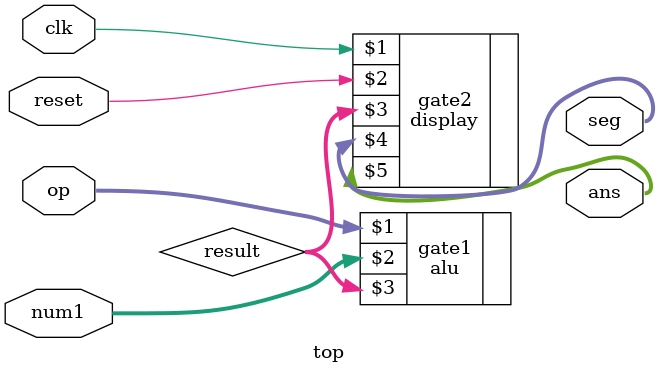
<source format=v>
`timescale 1ns / 1ps


module top(
    input wire [2:0] op,    //ÊÖ¶¯ÊäÈëalu
    input wire [7:0] num1,  //ÊÖ¶¯ÊäÈëalu
    input wire clk,reset,   //°å×ÓÉÏclk¡¢ÊÖ¶¯rstÊäÈëdisplay
    output wire [6:0]seg,   //displayÊä³ö
    output wire [7:0]ans     //displayÊä³ö
    );
    wire [31:0] result;      //aluÊä³ö½øÈëdisplay
    alu gate1(op,num1,result);
    display gate2(clk,reset,result,seg,ans);
    
endmodule

</source>
